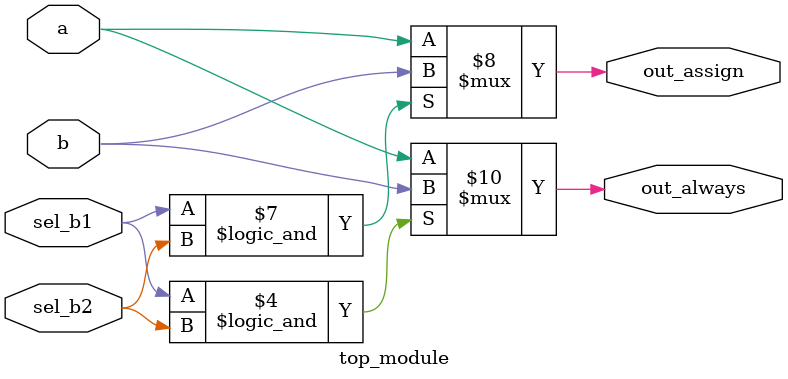
<source format=v>
module top_module(
    input a,
    input b,
    input sel_b1,
    input sel_b2,
    output wire out_assign,
    output reg out_always   ); 

    always@(*) begin
        if (sel_b1 == 1 && sel_b2 == 1) begin
            out_always = b;
        end
        else begin
            out_always = a;
        end
    end
    
    assign out_assign = (sel_b1==1 && sel_b2==1) ? b : a;
    
endmodule

</source>
